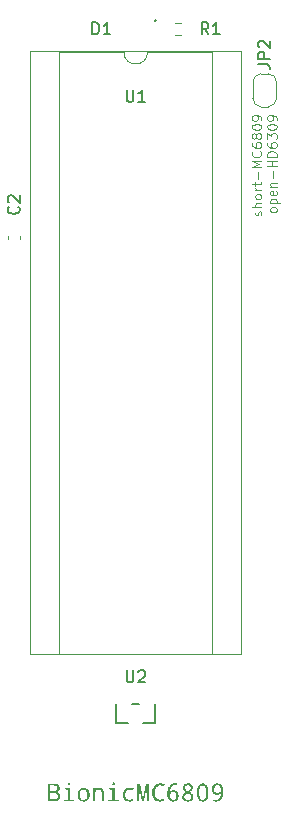
<source format=gbr>
G04 #@! TF.GenerationSoftware,KiCad,Pcbnew,8.0.4+dfsg-1*
G04 #@! TF.CreationDate,2025-03-02T11:29:07+09:00*
G04 #@! TF.ProjectId,bionic-mc6809,62696f6e-6963-42d6-9d63-363830392e6b,67*
G04 #@! TF.SameCoordinates,Original*
G04 #@! TF.FileFunction,Legend,Top*
G04 #@! TF.FilePolarity,Positive*
%FSLAX46Y46*%
G04 Gerber Fmt 4.6, Leading zero omitted, Abs format (unit mm)*
G04 Created by KiCad (PCBNEW 8.0.4+dfsg-1) date 2025-03-02 11:29:07*
%MOMM*%
%LPD*%
G01*
G04 APERTURE LIST*
%ADD10C,0.150000*%
%ADD11C,0.100000*%
%ADD12C,0.120000*%
%ADD13C,0.152400*%
G04 APERTURE END LIST*
D10*
G36*
X106815392Y-135672063D02*
G01*
X106892198Y-135678637D01*
X106974376Y-135692311D01*
X107045659Y-135712297D01*
X107115049Y-135743590D01*
X107140248Y-135759631D01*
X107196027Y-135811219D01*
X107235869Y-135876592D01*
X107259774Y-135955750D01*
X107267618Y-136036321D01*
X107267743Y-136048692D01*
X107259836Y-136126373D01*
X107232873Y-136201904D01*
X107186776Y-136267045D01*
X107130591Y-136314622D01*
X107063243Y-136348819D01*
X106984732Y-136369634D01*
X106967690Y-136372192D01*
X106967690Y-136382450D01*
X107047890Y-136400127D01*
X107117396Y-136425315D01*
X107189241Y-136467361D01*
X107244378Y-136521142D01*
X107282807Y-136586658D01*
X107304528Y-136663909D01*
X107309874Y-136734160D01*
X107305251Y-136807481D01*
X107288168Y-136885274D01*
X107258498Y-136954722D01*
X107216240Y-137015826D01*
X107178350Y-137054362D01*
X107116392Y-137099615D01*
X107045284Y-137133753D01*
X106965024Y-137156776D01*
X106888946Y-137167664D01*
X106820412Y-137170500D01*
X106277460Y-137170500D01*
X106277460Y-137006735D01*
X106470168Y-137006735D01*
X106786340Y-137006735D01*
X106861473Y-137002355D01*
X106941302Y-136984565D01*
X107016436Y-136945152D01*
X107069029Y-136886033D01*
X107099082Y-136807207D01*
X107106909Y-136726466D01*
X107098760Y-136651635D01*
X107067470Y-136578580D01*
X107012713Y-136523788D01*
X106934489Y-136487261D01*
X106851375Y-136470772D01*
X106773151Y-136466714D01*
X106470168Y-136466714D01*
X106470168Y-137006735D01*
X106277460Y-137006735D01*
X106277460Y-136302949D01*
X106470168Y-136302949D01*
X106762526Y-136302949D01*
X106837494Y-136299446D01*
X106915875Y-136285213D01*
X106987454Y-136253683D01*
X106996999Y-136246895D01*
X107044678Y-136189259D01*
X107067115Y-136114589D01*
X107070639Y-136061515D01*
X107061331Y-135985822D01*
X107026331Y-135917465D01*
X106991870Y-135886759D01*
X106919811Y-135854387D01*
X106839926Y-135838824D01*
X106763036Y-135833844D01*
X106742010Y-135833636D01*
X106470168Y-135833636D01*
X106470168Y-136302949D01*
X106277460Y-136302949D01*
X106277460Y-135669871D01*
X106731019Y-135669871D01*
X106815392Y-135672063D01*
G37*
G36*
X108050663Y-135576082D02*
G01*
X108125295Y-135598452D01*
X108158134Y-135665561D01*
X108159840Y-135692952D01*
X108141498Y-135765080D01*
X108127233Y-135781613D01*
X108058869Y-135810301D01*
X108050663Y-135810555D01*
X107979264Y-135791146D01*
X107943080Y-135726832D01*
X107940387Y-135692952D01*
X107958587Y-135617284D01*
X108024817Y-135577908D01*
X108050663Y-135576082D01*
G37*
G36*
X107956141Y-136192307D02*
G01*
X107678803Y-136170691D01*
X107678803Y-136045028D01*
X108143353Y-136045028D01*
X108143353Y-137023221D01*
X108506054Y-137043737D01*
X108506054Y-137170500D01*
X107601500Y-137170500D01*
X107601500Y-137043737D01*
X107956141Y-137023221D01*
X107956141Y-136192307D01*
G37*
G36*
X109375096Y-136027197D02*
G01*
X109450736Y-136044044D01*
X109520657Y-136072122D01*
X109584859Y-136111432D01*
X109643343Y-136161973D01*
X109661567Y-136181316D01*
X109710249Y-136244900D01*
X109748859Y-136315852D01*
X109777396Y-136394171D01*
X109795862Y-136479857D01*
X109803556Y-136556890D01*
X109804815Y-136605566D01*
X109801363Y-136688148D01*
X109791005Y-136765077D01*
X109773742Y-136836354D01*
X109743912Y-136914424D01*
X109704139Y-136984354D01*
X109663399Y-137036410D01*
X109607207Y-137089948D01*
X109544422Y-137132409D01*
X109475041Y-137163793D01*
X109399067Y-137184101D01*
X109316497Y-137193331D01*
X109287509Y-137193947D01*
X109206747Y-137188318D01*
X109131523Y-137171433D01*
X109061838Y-137143290D01*
X108997692Y-137103890D01*
X108939083Y-137053233D01*
X108920778Y-137033846D01*
X108871972Y-136969896D01*
X108833263Y-136898400D01*
X108804652Y-136819355D01*
X108788523Y-136747719D01*
X108779407Y-136670842D01*
X108777163Y-136605566D01*
X108970970Y-136605566D01*
X108973788Y-136682890D01*
X108986310Y-136774157D01*
X109008850Y-136851904D01*
X109051112Y-136930073D01*
X109109027Y-136987115D01*
X109182595Y-137023031D01*
X109271816Y-137037819D01*
X109291539Y-137038242D01*
X109366414Y-137031481D01*
X109445970Y-137004017D01*
X109509926Y-136955425D01*
X109558283Y-136885707D01*
X109585738Y-136814721D01*
X109603209Y-136730214D01*
X109610696Y-136632186D01*
X109611008Y-136605566D01*
X109608181Y-136529028D01*
X109595616Y-136438687D01*
X109572999Y-136361731D01*
X109530591Y-136284356D01*
X109472478Y-136227893D01*
X109398657Y-136192343D01*
X109309131Y-136177704D01*
X109289341Y-136177286D01*
X109214722Y-136183978D01*
X109135441Y-136211164D01*
X109071704Y-136259261D01*
X109023514Y-136328271D01*
X108996154Y-136398536D01*
X108978743Y-136482184D01*
X108971281Y-136579217D01*
X108970970Y-136605566D01*
X108777163Y-136605566D01*
X108780571Y-136523749D01*
X108790795Y-136447514D01*
X108812060Y-136363399D01*
X108843139Y-136287321D01*
X108884033Y-136219280D01*
X108916748Y-136178385D01*
X108972531Y-136125096D01*
X109035193Y-136082833D01*
X109104732Y-136051594D01*
X109181149Y-136031381D01*
X109264444Y-136022194D01*
X109293737Y-136021581D01*
X109375096Y-136027197D01*
G37*
G36*
X110833200Y-137170500D02*
G01*
X110833200Y-136444366D01*
X110827216Y-136367424D01*
X110804238Y-136292308D01*
X110755649Y-136228407D01*
X110683604Y-136190066D01*
X110603181Y-136177547D01*
X110588102Y-136177286D01*
X110513913Y-136183674D01*
X110435088Y-136209628D01*
X110371718Y-136255545D01*
X110323804Y-136321426D01*
X110291347Y-136407271D01*
X110276509Y-136490321D01*
X110271563Y-136586148D01*
X110271563Y-137170500D01*
X110083985Y-137170500D01*
X110083985Y-136045028D01*
X110235293Y-136045028D01*
X110263137Y-136194871D01*
X110273395Y-136194871D01*
X110317951Y-136135980D01*
X110381850Y-136082673D01*
X110458581Y-136045950D01*
X110534564Y-136027673D01*
X110619976Y-136021581D01*
X110713914Y-136028021D01*
X110795327Y-136047341D01*
X110864215Y-136079541D01*
X110932711Y-136137904D01*
X110973418Y-136199084D01*
X111001599Y-136273144D01*
X111017255Y-136360083D01*
X111020778Y-136433741D01*
X111020778Y-137170500D01*
X110833200Y-137170500D01*
G37*
G36*
X111831542Y-135576082D02*
G01*
X111906175Y-135598452D01*
X111939013Y-135665561D01*
X111940719Y-135692952D01*
X111922378Y-135765080D01*
X111908112Y-135781613D01*
X111839748Y-135810301D01*
X111831542Y-135810555D01*
X111760143Y-135791146D01*
X111723959Y-135726832D01*
X111721267Y-135692952D01*
X111739466Y-135617284D01*
X111805696Y-135577908D01*
X111831542Y-135576082D01*
G37*
G36*
X111737020Y-136192307D02*
G01*
X111459683Y-136170691D01*
X111459683Y-136045028D01*
X111924232Y-136045028D01*
X111924232Y-137023221D01*
X112286933Y-137043737D01*
X112286933Y-137170500D01*
X111382380Y-137170500D01*
X111382380Y-137043737D01*
X111737020Y-137023221D01*
X111737020Y-136192307D01*
G37*
G36*
X113532938Y-136082398D02*
G01*
X113469191Y-136245063D01*
X113393948Y-136218937D01*
X113322828Y-136200275D01*
X113247744Y-136188204D01*
X113192952Y-136185346D01*
X113103393Y-136192004D01*
X113025775Y-136211976D01*
X112960099Y-136245264D01*
X112894795Y-136305598D01*
X112855987Y-136368844D01*
X112829119Y-136445406D01*
X112814192Y-136535282D01*
X112810834Y-136611428D01*
X112814102Y-136686264D01*
X112828628Y-136774595D01*
X112854774Y-136849840D01*
X112903799Y-136925493D01*
X112970981Y-136980700D01*
X113056319Y-137015460D01*
X113137664Y-137028546D01*
X113182694Y-137030182D01*
X113264095Y-137026198D01*
X113346367Y-137014245D01*
X113419068Y-136997250D01*
X113492436Y-136974154D01*
X113513521Y-136966435D01*
X113513521Y-137131299D01*
X113440545Y-137158707D01*
X113359739Y-137178285D01*
X113282610Y-137188991D01*
X113199485Y-137193702D01*
X113174634Y-137193947D01*
X113094747Y-137190289D01*
X113020639Y-137179314D01*
X112939336Y-137156486D01*
X112866354Y-137123123D01*
X112801692Y-137079223D01*
X112763207Y-137044104D01*
X112713528Y-136983327D01*
X112674129Y-136913380D01*
X112645007Y-136834263D01*
X112628590Y-136761326D01*
X112619311Y-136682021D01*
X112617027Y-136613992D01*
X112620677Y-136526918D01*
X112631625Y-136446588D01*
X112649871Y-136373002D01*
X112681401Y-136293601D01*
X112723442Y-136223912D01*
X112766504Y-136173256D01*
X112826821Y-136121710D01*
X112895664Y-136080829D01*
X112973035Y-136050613D01*
X113058931Y-136031061D01*
X113137025Y-136022914D01*
X113186724Y-136021581D01*
X113266027Y-136024491D01*
X113343332Y-136033222D01*
X113418638Y-136047773D01*
X113491945Y-136068144D01*
X113532938Y-136082398D01*
G37*
G36*
X114248081Y-137170500D02*
G01*
X113961951Y-135857450D01*
X113953524Y-135851588D01*
X113958907Y-135934059D01*
X113963377Y-136010198D01*
X113967538Y-136093205D01*
X113970384Y-136167094D01*
X113972044Y-136241771D01*
X113972209Y-136269976D01*
X113972209Y-137170500D01*
X113816504Y-137170500D01*
X113816504Y-135669871D01*
X114071127Y-135669871D01*
X114326483Y-136892429D01*
X114332711Y-136892429D01*
X114590265Y-135669871D01*
X114850017Y-135669871D01*
X114850017Y-137170500D01*
X114692114Y-137170500D01*
X114692114Y-136256787D01*
X114693274Y-136182399D01*
X114695778Y-136103464D01*
X114699041Y-136021126D01*
X114702547Y-135942161D01*
X114706769Y-135853786D01*
X114698709Y-135853786D01*
X114407083Y-137170500D01*
X114248081Y-137170500D01*
G37*
G36*
X116118371Y-136965336D02*
G01*
X116118371Y-137132764D01*
X116038847Y-137159531D01*
X115962313Y-137176679D01*
X115879294Y-137187972D01*
X115802971Y-137192991D01*
X115749442Y-137193947D01*
X115672185Y-137190793D01*
X115582182Y-137177979D01*
X115499478Y-137155308D01*
X115424073Y-137122781D01*
X115355967Y-137080397D01*
X115295159Y-137028156D01*
X115262177Y-136992080D01*
X115213521Y-136924855D01*
X115173112Y-136849348D01*
X115140950Y-136765559D01*
X115121157Y-136692563D01*
X115106643Y-136614267D01*
X115097407Y-136530670D01*
X115093448Y-136441773D01*
X115093283Y-136418720D01*
X115096163Y-136331926D01*
X115104801Y-136249780D01*
X115119198Y-136172283D01*
X115139354Y-136099434D01*
X115172647Y-136014909D01*
X115214938Y-135937647D01*
X115266227Y-135867647D01*
X115277565Y-135854519D01*
X115338559Y-135794570D01*
X115406136Y-135744781D01*
X115480296Y-135705154D01*
X115561039Y-135675687D01*
X115648365Y-135656382D01*
X115722966Y-135648253D01*
X115781682Y-135646424D01*
X115864650Y-135649541D01*
X115943472Y-135658892D01*
X116018146Y-135674477D01*
X116088672Y-135696295D01*
X116165711Y-135729630D01*
X116176256Y-135735084D01*
X116096022Y-135895918D01*
X116026634Y-135864512D01*
X115947763Y-135838066D01*
X115869350Y-135821694D01*
X115791394Y-135815397D01*
X115781682Y-135815318D01*
X115701719Y-135821050D01*
X115628066Y-135838244D01*
X115550116Y-135872793D01*
X115480755Y-135922945D01*
X115428140Y-135978350D01*
X115383318Y-136043557D01*
X115347769Y-136116905D01*
X115321494Y-136198392D01*
X115306682Y-136272516D01*
X115298310Y-136352294D01*
X115296249Y-136420185D01*
X115299263Y-136509038D01*
X115308306Y-136591039D01*
X115323378Y-136666188D01*
X115349421Y-136747323D01*
X115384145Y-136818593D01*
X115419714Y-136870447D01*
X115479342Y-136930689D01*
X115549875Y-136976135D01*
X115619010Y-137003311D01*
X115696157Y-137019618D01*
X115781315Y-137025053D01*
X115862189Y-137020329D01*
X115943224Y-137008199D01*
X116021192Y-136991462D01*
X116093269Y-136972567D01*
X116118371Y-136965336D01*
G37*
G36*
X117112832Y-135649155D02*
G01*
X117187344Y-135659243D01*
X117214899Y-135665841D01*
X117214899Y-135825576D01*
X117140812Y-135811639D01*
X117061932Y-135806330D01*
X117043807Y-135806159D01*
X116961285Y-135811234D01*
X116886825Y-135826458D01*
X116810147Y-135857047D01*
X116744443Y-135901451D01*
X116696860Y-135950506D01*
X116651259Y-136021598D01*
X116620210Y-136095426D01*
X116600002Y-136166040D01*
X116584947Y-136244920D01*
X116575044Y-136332063D01*
X116570830Y-136407729D01*
X116583287Y-136407729D01*
X116631851Y-136339493D01*
X116691950Y-136288017D01*
X116763584Y-136253300D01*
X116846754Y-136235343D01*
X116899459Y-136232607D01*
X116983140Y-136238462D01*
X117058511Y-136256029D01*
X117134475Y-136290444D01*
X117199585Y-136340155D01*
X117214166Y-136354973D01*
X117264015Y-136421743D01*
X117295949Y-136489332D01*
X117316979Y-136565478D01*
X117327104Y-136650178D01*
X117328105Y-136689097D01*
X117323739Y-136773534D01*
X117310640Y-136850990D01*
X117288809Y-136921465D01*
X117252301Y-136994863D01*
X117203908Y-137058758D01*
X117145504Y-137111434D01*
X117078966Y-137151172D01*
X117004294Y-137177972D01*
X116921487Y-137191834D01*
X116870516Y-137193947D01*
X116789506Y-137187855D01*
X116714909Y-137169578D01*
X116646727Y-137139117D01*
X116584958Y-137096471D01*
X116529604Y-137041641D01*
X116512579Y-137020657D01*
X116467258Y-136950486D01*
X116431314Y-136870218D01*
X116408524Y-136795614D01*
X116392245Y-136713998D01*
X116385423Y-136652094D01*
X116566800Y-136652094D01*
X116571998Y-136727290D01*
X116590272Y-136805536D01*
X116621702Y-136877059D01*
X116649965Y-136921005D01*
X116701038Y-136975729D01*
X116767370Y-137015528D01*
X116843791Y-137033217D01*
X116868685Y-137034212D01*
X116944848Y-137025411D01*
X117015736Y-136995398D01*
X117073116Y-136944086D01*
X117111949Y-136880352D01*
X117134602Y-136810327D01*
X117145604Y-136728304D01*
X117146755Y-136687998D01*
X117141162Y-136609955D01*
X117121828Y-136535952D01*
X117084609Y-136470004D01*
X117076047Y-136459753D01*
X117014790Y-136411084D01*
X116943702Y-136386203D01*
X116874913Y-136379885D01*
X116797282Y-136388007D01*
X116727881Y-136412372D01*
X116666708Y-136452979D01*
X116655461Y-136463050D01*
X116604983Y-136522745D01*
X116573814Y-136594186D01*
X116566800Y-136652094D01*
X116385423Y-136652094D01*
X116382478Y-136625370D01*
X116379352Y-136549418D01*
X116379222Y-136529728D01*
X116381794Y-136422766D01*
X116389509Y-136322704D01*
X116402367Y-136229543D01*
X116420369Y-136143283D01*
X116443515Y-136063923D01*
X116471803Y-135991465D01*
X116505236Y-135925907D01*
X116565028Y-135840510D01*
X116636393Y-135770639D01*
X116719330Y-135716295D01*
X116813840Y-135677478D01*
X116919923Y-135654188D01*
X116997074Y-135647287D01*
X117037579Y-135646424D01*
X117112832Y-135649155D01*
G37*
G36*
X118193147Y-135651087D02*
G01*
X118265760Y-135665077D01*
X118340247Y-135692486D01*
X118405666Y-135732076D01*
X118420604Y-135743877D01*
X118472055Y-135796885D01*
X118512366Y-135866756D01*
X118532579Y-135937962D01*
X118538207Y-136007293D01*
X118528714Y-136092000D01*
X118500236Y-136169443D01*
X118452774Y-136239622D01*
X118398719Y-136292555D01*
X118331480Y-136340444D01*
X118268196Y-136375123D01*
X118342814Y-136417518D01*
X118407483Y-136462272D01*
X118474329Y-136521530D01*
X118525629Y-136584474D01*
X118561383Y-136651103D01*
X118583769Y-136735922D01*
X118586567Y-136780322D01*
X118580343Y-136858560D01*
X118561673Y-136929787D01*
X118525093Y-137002602D01*
X118472257Y-137066257D01*
X118456507Y-137080740D01*
X118395770Y-137124851D01*
X118327038Y-137158128D01*
X118250312Y-137180570D01*
X118165591Y-137192178D01*
X118113590Y-137193947D01*
X118033623Y-137190199D01*
X117960507Y-137178955D01*
X117883866Y-137156362D01*
X117816552Y-137123566D01*
X117766277Y-137087335D01*
X117711780Y-137028556D01*
X117672854Y-136959199D01*
X117649498Y-136879263D01*
X117641835Y-136800641D01*
X117641713Y-136788748D01*
X117641778Y-136788015D01*
X117824895Y-136788015D01*
X117834890Y-136871684D01*
X117871816Y-136947418D01*
X117935950Y-136999591D01*
X118012577Y-137025557D01*
X118091703Y-137033972D01*
X118109194Y-137034212D01*
X118183080Y-137028909D01*
X118259690Y-137008023D01*
X118326082Y-136967167D01*
X118372965Y-136909242D01*
X118398210Y-136836581D01*
X118403018Y-136779955D01*
X118390606Y-136703239D01*
X118353370Y-136634657D01*
X118338172Y-136616557D01*
X118282854Y-136566922D01*
X118221622Y-136525538D01*
X118155127Y-136488169D01*
X118117620Y-136469278D01*
X118086846Y-136454990D01*
X118011382Y-136495868D01*
X117948708Y-136540878D01*
X117890383Y-136600345D01*
X117850476Y-136665763D01*
X117828988Y-136737131D01*
X117824895Y-136788015D01*
X117641778Y-136788015D01*
X117648806Y-136709014D01*
X117670085Y-136635362D01*
X117705550Y-136567792D01*
X117755200Y-136506304D01*
X117819037Y-136450899D01*
X117897059Y-136401575D01*
X117932240Y-136383549D01*
X117862475Y-136334800D01*
X117804535Y-136282205D01*
X117750615Y-136214014D01*
X117713722Y-136140285D01*
X117693857Y-136061017D01*
X117690841Y-136016452D01*
X117873622Y-136016452D01*
X117883369Y-136091265D01*
X117915446Y-136159593D01*
X117924546Y-136171790D01*
X117980676Y-136223409D01*
X118043931Y-136263279D01*
X118115789Y-136299285D01*
X118184604Y-136264753D01*
X118251786Y-136218591D01*
X118308937Y-136158224D01*
X118343228Y-136090844D01*
X118354658Y-136016452D01*
X118343956Y-135941146D01*
X118305010Y-135874240D01*
X118289812Y-135860015D01*
X118223744Y-135823199D01*
X118145694Y-135807474D01*
X118111392Y-135806159D01*
X118035795Y-135813732D01*
X117963487Y-135841712D01*
X117937736Y-135860015D01*
X117891716Y-135921211D01*
X117874185Y-135997646D01*
X117873622Y-136016452D01*
X117690841Y-136016452D01*
X117690073Y-136005095D01*
X117697561Y-135926922D01*
X117723884Y-135849159D01*
X117769161Y-135782176D01*
X117809874Y-135743511D01*
X117873919Y-135701035D01*
X117945887Y-135670696D01*
X118025777Y-135652492D01*
X118102181Y-135646519D01*
X118113590Y-135646424D01*
X118193147Y-135651087D01*
G37*
G36*
X119457153Y-135653418D02*
G01*
X119534403Y-135674399D01*
X119603435Y-135709369D01*
X119664250Y-135758326D01*
X119716848Y-135821270D01*
X119732554Y-135845360D01*
X119767806Y-135911839D01*
X119797083Y-135986940D01*
X119820385Y-136070663D01*
X119834725Y-136143850D01*
X119845240Y-136222556D01*
X119851932Y-136306779D01*
X119854800Y-136396521D01*
X119854920Y-136419819D01*
X119853032Y-136513561D01*
X119847369Y-136601255D01*
X119837931Y-136682902D01*
X119824718Y-136758500D01*
X119797819Y-136860558D01*
X119762426Y-136949008D01*
X119718538Y-137023850D01*
X119666156Y-137085085D01*
X119605280Y-137132712D01*
X119535910Y-137166731D01*
X119458045Y-137187143D01*
X119371685Y-137193947D01*
X119287227Y-137186953D01*
X119210806Y-137165971D01*
X119142421Y-137131002D01*
X119082074Y-137082045D01*
X119029764Y-137019101D01*
X119014114Y-136995011D01*
X118979073Y-136928514D01*
X118949971Y-136853360D01*
X118926809Y-136769547D01*
X118912555Y-136696262D01*
X118902102Y-136617437D01*
X118895450Y-136533070D01*
X118892600Y-136443162D01*
X118892481Y-136419819D01*
X118892496Y-136419086D01*
X119083357Y-136419086D01*
X119084444Y-136498015D01*
X119087707Y-136571219D01*
X119094845Y-136654674D01*
X119105381Y-136729185D01*
X119122512Y-136806791D01*
X119148683Y-136881053D01*
X119152966Y-136890231D01*
X119192739Y-136953223D01*
X119249363Y-137002576D01*
X119318564Y-137029150D01*
X119371685Y-137034212D01*
X119450627Y-137022794D01*
X119516817Y-136988540D01*
X119570256Y-136931449D01*
X119594435Y-136889864D01*
X119622129Y-136817874D01*
X119640453Y-136742355D01*
X119651905Y-136669681D01*
X119659887Y-136588152D01*
X119664399Y-136497769D01*
X119665509Y-136419086D01*
X119664399Y-136340925D01*
X119659887Y-136251112D01*
X119651905Y-136170065D01*
X119637746Y-136084378D01*
X119618589Y-136011314D01*
X119594435Y-135950873D01*
X119553860Y-135887561D01*
X119496170Y-135837956D01*
X119425730Y-135811247D01*
X119371685Y-135806159D01*
X119294099Y-135817519D01*
X119229091Y-135851600D01*
X119176660Y-135908400D01*
X119152966Y-135949774D01*
X119125843Y-136021193D01*
X119107897Y-136096335D01*
X119096680Y-136168772D01*
X119088863Y-136250136D01*
X119084444Y-136340427D01*
X119083357Y-136419086D01*
X118892496Y-136419086D01*
X118894353Y-136326166D01*
X118899968Y-136238555D01*
X118909328Y-136156986D01*
X118922431Y-136081459D01*
X118949106Y-135979498D01*
X118984204Y-135891131D01*
X119027725Y-135816360D01*
X119079670Y-135755183D01*
X119140039Y-135707601D01*
X119208831Y-135673614D01*
X119286046Y-135653222D01*
X119371685Y-135646424D01*
X119457153Y-135653418D01*
G37*
G36*
X120699285Y-135652619D02*
G01*
X120774259Y-135671205D01*
X120842614Y-135702182D01*
X120904347Y-135745549D01*
X120959461Y-135801306D01*
X120976361Y-135822645D01*
X121021432Y-135893382D01*
X121057178Y-135973702D01*
X121079844Y-136047955D01*
X121096033Y-136128863D01*
X121105747Y-136216425D01*
X121108855Y-136291267D01*
X121108985Y-136310643D01*
X121106414Y-136417605D01*
X121098704Y-136517667D01*
X121085852Y-136610828D01*
X121067860Y-136697088D01*
X121044728Y-136776448D01*
X121016455Y-136848906D01*
X120983041Y-136914464D01*
X120923282Y-136999861D01*
X120851957Y-137069732D01*
X120769066Y-137124076D01*
X120674608Y-137162893D01*
X120568585Y-137186183D01*
X120491476Y-137193084D01*
X120450994Y-137193947D01*
X120375226Y-137191319D01*
X120300894Y-137181612D01*
X120273674Y-137175262D01*
X120273674Y-137014795D01*
X120345571Y-137037673D01*
X120419733Y-137046170D01*
X120444766Y-137046668D01*
X120527151Y-137041491D01*
X120601473Y-137025957D01*
X120677991Y-136994747D01*
X120743535Y-136949442D01*
X120790981Y-136899390D01*
X120836724Y-136826716D01*
X120867868Y-136751308D01*
X120888134Y-136679219D01*
X120903231Y-136598723D01*
X120913157Y-136509819D01*
X120917376Y-136432642D01*
X120904920Y-136432642D01*
X120855928Y-136500878D01*
X120795506Y-136552354D01*
X120723653Y-136587071D01*
X120640370Y-136605028D01*
X120587648Y-136607764D01*
X120504396Y-136601961D01*
X120429347Y-136584553D01*
X120353625Y-136550447D01*
X120288618Y-136501182D01*
X120274041Y-136486497D01*
X120224192Y-136420094D01*
X120192258Y-136352524D01*
X120171228Y-136276118D01*
X120161103Y-136190877D01*
X120160120Y-136152373D01*
X120341452Y-136152373D01*
X120347016Y-136230416D01*
X120366250Y-136304419D01*
X120403276Y-136370367D01*
X120411793Y-136380618D01*
X120473326Y-136429287D01*
X120544665Y-136454168D01*
X120613660Y-136460486D01*
X120691291Y-136452328D01*
X120760692Y-136427856D01*
X120821865Y-136387070D01*
X120833112Y-136376954D01*
X120883590Y-136316973D01*
X120914759Y-136245712D01*
X120921773Y-136188277D01*
X120916621Y-136113378D01*
X120898508Y-136035303D01*
X120867355Y-135963777D01*
X120839341Y-135919732D01*
X120788655Y-135864831D01*
X120722208Y-135824903D01*
X120645100Y-135807157D01*
X120619888Y-135806159D01*
X120543181Y-135814853D01*
X120472026Y-135844499D01*
X120414724Y-135895185D01*
X120376084Y-135958555D01*
X120353544Y-136028803D01*
X120343240Y-136101755D01*
X120341452Y-136152373D01*
X120160120Y-136152373D01*
X120160101Y-136151640D01*
X120164468Y-136067315D01*
X120177567Y-135989919D01*
X120199398Y-135919453D01*
X120235905Y-135846000D01*
X120284299Y-135781979D01*
X120342702Y-135729160D01*
X120409240Y-135689315D01*
X120483913Y-135662442D01*
X120566720Y-135648542D01*
X120617690Y-135646424D01*
X120699285Y-135652619D01*
G37*
D11*
X124304823Y-87573410D02*
X124342918Y-87497219D01*
X124342918Y-87497219D02*
X124342918Y-87344838D01*
X124342918Y-87344838D02*
X124304823Y-87268648D01*
X124304823Y-87268648D02*
X124228632Y-87230552D01*
X124228632Y-87230552D02*
X124190537Y-87230552D01*
X124190537Y-87230552D02*
X124114346Y-87268648D01*
X124114346Y-87268648D02*
X124076251Y-87344838D01*
X124076251Y-87344838D02*
X124076251Y-87459124D01*
X124076251Y-87459124D02*
X124038156Y-87535314D01*
X124038156Y-87535314D02*
X123961965Y-87573410D01*
X123961965Y-87573410D02*
X123923870Y-87573410D01*
X123923870Y-87573410D02*
X123847680Y-87535314D01*
X123847680Y-87535314D02*
X123809584Y-87459124D01*
X123809584Y-87459124D02*
X123809584Y-87344838D01*
X123809584Y-87344838D02*
X123847680Y-87268648D01*
X124342918Y-86887695D02*
X123542918Y-86887695D01*
X124342918Y-86544838D02*
X123923870Y-86544838D01*
X123923870Y-86544838D02*
X123847680Y-86582933D01*
X123847680Y-86582933D02*
X123809584Y-86659124D01*
X123809584Y-86659124D02*
X123809584Y-86773410D01*
X123809584Y-86773410D02*
X123847680Y-86849600D01*
X123847680Y-86849600D02*
X123885775Y-86887695D01*
X124342918Y-86049600D02*
X124304823Y-86125790D01*
X124304823Y-86125790D02*
X124266727Y-86163885D01*
X124266727Y-86163885D02*
X124190537Y-86201981D01*
X124190537Y-86201981D02*
X123961965Y-86201981D01*
X123961965Y-86201981D02*
X123885775Y-86163885D01*
X123885775Y-86163885D02*
X123847680Y-86125790D01*
X123847680Y-86125790D02*
X123809584Y-86049600D01*
X123809584Y-86049600D02*
X123809584Y-85935314D01*
X123809584Y-85935314D02*
X123847680Y-85859123D01*
X123847680Y-85859123D02*
X123885775Y-85821028D01*
X123885775Y-85821028D02*
X123961965Y-85782933D01*
X123961965Y-85782933D02*
X124190537Y-85782933D01*
X124190537Y-85782933D02*
X124266727Y-85821028D01*
X124266727Y-85821028D02*
X124304823Y-85859123D01*
X124304823Y-85859123D02*
X124342918Y-85935314D01*
X124342918Y-85935314D02*
X124342918Y-86049600D01*
X124342918Y-85440075D02*
X123809584Y-85440075D01*
X123961965Y-85440075D02*
X123885775Y-85401980D01*
X123885775Y-85401980D02*
X123847680Y-85363885D01*
X123847680Y-85363885D02*
X123809584Y-85287694D01*
X123809584Y-85287694D02*
X123809584Y-85211504D01*
X123809584Y-85059123D02*
X123809584Y-84754361D01*
X123542918Y-84944837D02*
X124228632Y-84944837D01*
X124228632Y-84944837D02*
X124304823Y-84906742D01*
X124304823Y-84906742D02*
X124342918Y-84830552D01*
X124342918Y-84830552D02*
X124342918Y-84754361D01*
X124038156Y-84487694D02*
X124038156Y-83878171D01*
X124342918Y-83497218D02*
X123542918Y-83497218D01*
X123542918Y-83497218D02*
X124114346Y-83230552D01*
X124114346Y-83230552D02*
X123542918Y-82963885D01*
X123542918Y-82963885D02*
X124342918Y-82963885D01*
X124266727Y-82125789D02*
X124304823Y-82163885D01*
X124304823Y-82163885D02*
X124342918Y-82278170D01*
X124342918Y-82278170D02*
X124342918Y-82354361D01*
X124342918Y-82354361D02*
X124304823Y-82468647D01*
X124304823Y-82468647D02*
X124228632Y-82544837D01*
X124228632Y-82544837D02*
X124152442Y-82582932D01*
X124152442Y-82582932D02*
X124000061Y-82621028D01*
X124000061Y-82621028D02*
X123885775Y-82621028D01*
X123885775Y-82621028D02*
X123733394Y-82582932D01*
X123733394Y-82582932D02*
X123657203Y-82544837D01*
X123657203Y-82544837D02*
X123581013Y-82468647D01*
X123581013Y-82468647D02*
X123542918Y-82354361D01*
X123542918Y-82354361D02*
X123542918Y-82278170D01*
X123542918Y-82278170D02*
X123581013Y-82163885D01*
X123581013Y-82163885D02*
X123619108Y-82125789D01*
X123542918Y-81440075D02*
X123542918Y-81592456D01*
X123542918Y-81592456D02*
X123581013Y-81668647D01*
X123581013Y-81668647D02*
X123619108Y-81706742D01*
X123619108Y-81706742D02*
X123733394Y-81782932D01*
X123733394Y-81782932D02*
X123885775Y-81821028D01*
X123885775Y-81821028D02*
X124190537Y-81821028D01*
X124190537Y-81821028D02*
X124266727Y-81782932D01*
X124266727Y-81782932D02*
X124304823Y-81744837D01*
X124304823Y-81744837D02*
X124342918Y-81668647D01*
X124342918Y-81668647D02*
X124342918Y-81516266D01*
X124342918Y-81516266D02*
X124304823Y-81440075D01*
X124304823Y-81440075D02*
X124266727Y-81401980D01*
X124266727Y-81401980D02*
X124190537Y-81363885D01*
X124190537Y-81363885D02*
X124000061Y-81363885D01*
X124000061Y-81363885D02*
X123923870Y-81401980D01*
X123923870Y-81401980D02*
X123885775Y-81440075D01*
X123885775Y-81440075D02*
X123847680Y-81516266D01*
X123847680Y-81516266D02*
X123847680Y-81668647D01*
X123847680Y-81668647D02*
X123885775Y-81744837D01*
X123885775Y-81744837D02*
X123923870Y-81782932D01*
X123923870Y-81782932D02*
X124000061Y-81821028D01*
X123885775Y-80906742D02*
X123847680Y-80982932D01*
X123847680Y-80982932D02*
X123809584Y-81021027D01*
X123809584Y-81021027D02*
X123733394Y-81059123D01*
X123733394Y-81059123D02*
X123695299Y-81059123D01*
X123695299Y-81059123D02*
X123619108Y-81021027D01*
X123619108Y-81021027D02*
X123581013Y-80982932D01*
X123581013Y-80982932D02*
X123542918Y-80906742D01*
X123542918Y-80906742D02*
X123542918Y-80754361D01*
X123542918Y-80754361D02*
X123581013Y-80678170D01*
X123581013Y-80678170D02*
X123619108Y-80640075D01*
X123619108Y-80640075D02*
X123695299Y-80601980D01*
X123695299Y-80601980D02*
X123733394Y-80601980D01*
X123733394Y-80601980D02*
X123809584Y-80640075D01*
X123809584Y-80640075D02*
X123847680Y-80678170D01*
X123847680Y-80678170D02*
X123885775Y-80754361D01*
X123885775Y-80754361D02*
X123885775Y-80906742D01*
X123885775Y-80906742D02*
X123923870Y-80982932D01*
X123923870Y-80982932D02*
X123961965Y-81021027D01*
X123961965Y-81021027D02*
X124038156Y-81059123D01*
X124038156Y-81059123D02*
X124190537Y-81059123D01*
X124190537Y-81059123D02*
X124266727Y-81021027D01*
X124266727Y-81021027D02*
X124304823Y-80982932D01*
X124304823Y-80982932D02*
X124342918Y-80906742D01*
X124342918Y-80906742D02*
X124342918Y-80754361D01*
X124342918Y-80754361D02*
X124304823Y-80678170D01*
X124304823Y-80678170D02*
X124266727Y-80640075D01*
X124266727Y-80640075D02*
X124190537Y-80601980D01*
X124190537Y-80601980D02*
X124038156Y-80601980D01*
X124038156Y-80601980D02*
X123961965Y-80640075D01*
X123961965Y-80640075D02*
X123923870Y-80678170D01*
X123923870Y-80678170D02*
X123885775Y-80754361D01*
X123542918Y-80106741D02*
X123542918Y-80030551D01*
X123542918Y-80030551D02*
X123581013Y-79954360D01*
X123581013Y-79954360D02*
X123619108Y-79916265D01*
X123619108Y-79916265D02*
X123695299Y-79878170D01*
X123695299Y-79878170D02*
X123847680Y-79840075D01*
X123847680Y-79840075D02*
X124038156Y-79840075D01*
X124038156Y-79840075D02*
X124190537Y-79878170D01*
X124190537Y-79878170D02*
X124266727Y-79916265D01*
X124266727Y-79916265D02*
X124304823Y-79954360D01*
X124304823Y-79954360D02*
X124342918Y-80030551D01*
X124342918Y-80030551D02*
X124342918Y-80106741D01*
X124342918Y-80106741D02*
X124304823Y-80182932D01*
X124304823Y-80182932D02*
X124266727Y-80221027D01*
X124266727Y-80221027D02*
X124190537Y-80259122D01*
X124190537Y-80259122D02*
X124038156Y-80297218D01*
X124038156Y-80297218D02*
X123847680Y-80297218D01*
X123847680Y-80297218D02*
X123695299Y-80259122D01*
X123695299Y-80259122D02*
X123619108Y-80221027D01*
X123619108Y-80221027D02*
X123581013Y-80182932D01*
X123581013Y-80182932D02*
X123542918Y-80106741D01*
X124342918Y-79459122D02*
X124342918Y-79306741D01*
X124342918Y-79306741D02*
X124304823Y-79230551D01*
X124304823Y-79230551D02*
X124266727Y-79192455D01*
X124266727Y-79192455D02*
X124152442Y-79116265D01*
X124152442Y-79116265D02*
X124000061Y-79078170D01*
X124000061Y-79078170D02*
X123695299Y-79078170D01*
X123695299Y-79078170D02*
X123619108Y-79116265D01*
X123619108Y-79116265D02*
X123581013Y-79154360D01*
X123581013Y-79154360D02*
X123542918Y-79230551D01*
X123542918Y-79230551D02*
X123542918Y-79382932D01*
X123542918Y-79382932D02*
X123581013Y-79459122D01*
X123581013Y-79459122D02*
X123619108Y-79497217D01*
X123619108Y-79497217D02*
X123695299Y-79535313D01*
X123695299Y-79535313D02*
X123885775Y-79535313D01*
X123885775Y-79535313D02*
X123961965Y-79497217D01*
X123961965Y-79497217D02*
X124000061Y-79459122D01*
X124000061Y-79459122D02*
X124038156Y-79382932D01*
X124038156Y-79382932D02*
X124038156Y-79230551D01*
X124038156Y-79230551D02*
X124000061Y-79154360D01*
X124000061Y-79154360D02*
X123961965Y-79116265D01*
X123961965Y-79116265D02*
X123885775Y-79078170D01*
X125630873Y-87154362D02*
X125592778Y-87230552D01*
X125592778Y-87230552D02*
X125554682Y-87268647D01*
X125554682Y-87268647D02*
X125478492Y-87306743D01*
X125478492Y-87306743D02*
X125249920Y-87306743D01*
X125249920Y-87306743D02*
X125173730Y-87268647D01*
X125173730Y-87268647D02*
X125135635Y-87230552D01*
X125135635Y-87230552D02*
X125097539Y-87154362D01*
X125097539Y-87154362D02*
X125097539Y-87040076D01*
X125097539Y-87040076D02*
X125135635Y-86963885D01*
X125135635Y-86963885D02*
X125173730Y-86925790D01*
X125173730Y-86925790D02*
X125249920Y-86887695D01*
X125249920Y-86887695D02*
X125478492Y-86887695D01*
X125478492Y-86887695D02*
X125554682Y-86925790D01*
X125554682Y-86925790D02*
X125592778Y-86963885D01*
X125592778Y-86963885D02*
X125630873Y-87040076D01*
X125630873Y-87040076D02*
X125630873Y-87154362D01*
X125097539Y-86544837D02*
X125897539Y-86544837D01*
X125135635Y-86544837D02*
X125097539Y-86468647D01*
X125097539Y-86468647D02*
X125097539Y-86316266D01*
X125097539Y-86316266D02*
X125135635Y-86240075D01*
X125135635Y-86240075D02*
X125173730Y-86201980D01*
X125173730Y-86201980D02*
X125249920Y-86163885D01*
X125249920Y-86163885D02*
X125478492Y-86163885D01*
X125478492Y-86163885D02*
X125554682Y-86201980D01*
X125554682Y-86201980D02*
X125592778Y-86240075D01*
X125592778Y-86240075D02*
X125630873Y-86316266D01*
X125630873Y-86316266D02*
X125630873Y-86468647D01*
X125630873Y-86468647D02*
X125592778Y-86544837D01*
X125592778Y-85516265D02*
X125630873Y-85592456D01*
X125630873Y-85592456D02*
X125630873Y-85744837D01*
X125630873Y-85744837D02*
X125592778Y-85821027D01*
X125592778Y-85821027D02*
X125516587Y-85859123D01*
X125516587Y-85859123D02*
X125211825Y-85859123D01*
X125211825Y-85859123D02*
X125135635Y-85821027D01*
X125135635Y-85821027D02*
X125097539Y-85744837D01*
X125097539Y-85744837D02*
X125097539Y-85592456D01*
X125097539Y-85592456D02*
X125135635Y-85516265D01*
X125135635Y-85516265D02*
X125211825Y-85478170D01*
X125211825Y-85478170D02*
X125288016Y-85478170D01*
X125288016Y-85478170D02*
X125364206Y-85859123D01*
X125097539Y-85135313D02*
X125630873Y-85135313D01*
X125173730Y-85135313D02*
X125135635Y-85097218D01*
X125135635Y-85097218D02*
X125097539Y-85021028D01*
X125097539Y-85021028D02*
X125097539Y-84906742D01*
X125097539Y-84906742D02*
X125135635Y-84830551D01*
X125135635Y-84830551D02*
X125211825Y-84792456D01*
X125211825Y-84792456D02*
X125630873Y-84792456D01*
X125326111Y-84411503D02*
X125326111Y-83801980D01*
X125630873Y-83421027D02*
X124830873Y-83421027D01*
X125211825Y-83421027D02*
X125211825Y-82963884D01*
X125630873Y-82963884D02*
X124830873Y-82963884D01*
X125630873Y-82582932D02*
X124830873Y-82582932D01*
X124830873Y-82582932D02*
X124830873Y-82392456D01*
X124830873Y-82392456D02*
X124868968Y-82278170D01*
X124868968Y-82278170D02*
X124945158Y-82201980D01*
X124945158Y-82201980D02*
X125021349Y-82163885D01*
X125021349Y-82163885D02*
X125173730Y-82125789D01*
X125173730Y-82125789D02*
X125288016Y-82125789D01*
X125288016Y-82125789D02*
X125440397Y-82163885D01*
X125440397Y-82163885D02*
X125516587Y-82201980D01*
X125516587Y-82201980D02*
X125592778Y-82278170D01*
X125592778Y-82278170D02*
X125630873Y-82392456D01*
X125630873Y-82392456D02*
X125630873Y-82582932D01*
X124830873Y-81440075D02*
X124830873Y-81592456D01*
X124830873Y-81592456D02*
X124868968Y-81668647D01*
X124868968Y-81668647D02*
X124907063Y-81706742D01*
X124907063Y-81706742D02*
X125021349Y-81782932D01*
X125021349Y-81782932D02*
X125173730Y-81821028D01*
X125173730Y-81821028D02*
X125478492Y-81821028D01*
X125478492Y-81821028D02*
X125554682Y-81782932D01*
X125554682Y-81782932D02*
X125592778Y-81744837D01*
X125592778Y-81744837D02*
X125630873Y-81668647D01*
X125630873Y-81668647D02*
X125630873Y-81516266D01*
X125630873Y-81516266D02*
X125592778Y-81440075D01*
X125592778Y-81440075D02*
X125554682Y-81401980D01*
X125554682Y-81401980D02*
X125478492Y-81363885D01*
X125478492Y-81363885D02*
X125288016Y-81363885D01*
X125288016Y-81363885D02*
X125211825Y-81401980D01*
X125211825Y-81401980D02*
X125173730Y-81440075D01*
X125173730Y-81440075D02*
X125135635Y-81516266D01*
X125135635Y-81516266D02*
X125135635Y-81668647D01*
X125135635Y-81668647D02*
X125173730Y-81744837D01*
X125173730Y-81744837D02*
X125211825Y-81782932D01*
X125211825Y-81782932D02*
X125288016Y-81821028D01*
X124830873Y-81097218D02*
X124830873Y-80601980D01*
X124830873Y-80601980D02*
X125135635Y-80868646D01*
X125135635Y-80868646D02*
X125135635Y-80754361D01*
X125135635Y-80754361D02*
X125173730Y-80678170D01*
X125173730Y-80678170D02*
X125211825Y-80640075D01*
X125211825Y-80640075D02*
X125288016Y-80601980D01*
X125288016Y-80601980D02*
X125478492Y-80601980D01*
X125478492Y-80601980D02*
X125554682Y-80640075D01*
X125554682Y-80640075D02*
X125592778Y-80678170D01*
X125592778Y-80678170D02*
X125630873Y-80754361D01*
X125630873Y-80754361D02*
X125630873Y-80982932D01*
X125630873Y-80982932D02*
X125592778Y-81059123D01*
X125592778Y-81059123D02*
X125554682Y-81097218D01*
X124830873Y-80106741D02*
X124830873Y-80030551D01*
X124830873Y-80030551D02*
X124868968Y-79954360D01*
X124868968Y-79954360D02*
X124907063Y-79916265D01*
X124907063Y-79916265D02*
X124983254Y-79878170D01*
X124983254Y-79878170D02*
X125135635Y-79840075D01*
X125135635Y-79840075D02*
X125326111Y-79840075D01*
X125326111Y-79840075D02*
X125478492Y-79878170D01*
X125478492Y-79878170D02*
X125554682Y-79916265D01*
X125554682Y-79916265D02*
X125592778Y-79954360D01*
X125592778Y-79954360D02*
X125630873Y-80030551D01*
X125630873Y-80030551D02*
X125630873Y-80106741D01*
X125630873Y-80106741D02*
X125592778Y-80182932D01*
X125592778Y-80182932D02*
X125554682Y-80221027D01*
X125554682Y-80221027D02*
X125478492Y-80259122D01*
X125478492Y-80259122D02*
X125326111Y-80297218D01*
X125326111Y-80297218D02*
X125135635Y-80297218D01*
X125135635Y-80297218D02*
X124983254Y-80259122D01*
X124983254Y-80259122D02*
X124907063Y-80221027D01*
X124907063Y-80221027D02*
X124868968Y-80182932D01*
X124868968Y-80182932D02*
X124830873Y-80106741D01*
X125630873Y-79459122D02*
X125630873Y-79306741D01*
X125630873Y-79306741D02*
X125592778Y-79230551D01*
X125592778Y-79230551D02*
X125554682Y-79192455D01*
X125554682Y-79192455D02*
X125440397Y-79116265D01*
X125440397Y-79116265D02*
X125288016Y-79078170D01*
X125288016Y-79078170D02*
X124983254Y-79078170D01*
X124983254Y-79078170D02*
X124907063Y-79116265D01*
X124907063Y-79116265D02*
X124868968Y-79154360D01*
X124868968Y-79154360D02*
X124830873Y-79230551D01*
X124830873Y-79230551D02*
X124830873Y-79382932D01*
X124830873Y-79382932D02*
X124868968Y-79459122D01*
X124868968Y-79459122D02*
X124907063Y-79497217D01*
X124907063Y-79497217D02*
X124983254Y-79535313D01*
X124983254Y-79535313D02*
X125173730Y-79535313D01*
X125173730Y-79535313D02*
X125249920Y-79497217D01*
X125249920Y-79497217D02*
X125288016Y-79459122D01*
X125288016Y-79459122D02*
X125326111Y-79382932D01*
X125326111Y-79382932D02*
X125326111Y-79230551D01*
X125326111Y-79230551D02*
X125288016Y-79154360D01*
X125288016Y-79154360D02*
X125249920Y-79116265D01*
X125249920Y-79116265D02*
X125173730Y-79078170D01*
D10*
X124076819Y-74770333D02*
X124791104Y-74770333D01*
X124791104Y-74770333D02*
X124933961Y-74817952D01*
X124933961Y-74817952D02*
X125029200Y-74913190D01*
X125029200Y-74913190D02*
X125076819Y-75056047D01*
X125076819Y-75056047D02*
X125076819Y-75151285D01*
X125076819Y-74294142D02*
X124076819Y-74294142D01*
X124076819Y-74294142D02*
X124076819Y-73913190D01*
X124076819Y-73913190D02*
X124124438Y-73817952D01*
X124124438Y-73817952D02*
X124172057Y-73770333D01*
X124172057Y-73770333D02*
X124267295Y-73722714D01*
X124267295Y-73722714D02*
X124410152Y-73722714D01*
X124410152Y-73722714D02*
X124505390Y-73770333D01*
X124505390Y-73770333D02*
X124553009Y-73817952D01*
X124553009Y-73817952D02*
X124600628Y-73913190D01*
X124600628Y-73913190D02*
X124600628Y-74294142D01*
X124172057Y-73341761D02*
X124124438Y-73294142D01*
X124124438Y-73294142D02*
X124076819Y-73198904D01*
X124076819Y-73198904D02*
X124076819Y-72960809D01*
X124076819Y-72960809D02*
X124124438Y-72865571D01*
X124124438Y-72865571D02*
X124172057Y-72817952D01*
X124172057Y-72817952D02*
X124267295Y-72770333D01*
X124267295Y-72770333D02*
X124362533Y-72770333D01*
X124362533Y-72770333D02*
X124505390Y-72817952D01*
X124505390Y-72817952D02*
X125076819Y-73389380D01*
X125076819Y-73389380D02*
X125076819Y-72770333D01*
X119862633Y-72232819D02*
X119529300Y-71756628D01*
X119291205Y-72232819D02*
X119291205Y-71232819D01*
X119291205Y-71232819D02*
X119672157Y-71232819D01*
X119672157Y-71232819D02*
X119767395Y-71280438D01*
X119767395Y-71280438D02*
X119815014Y-71328057D01*
X119815014Y-71328057D02*
X119862633Y-71423295D01*
X119862633Y-71423295D02*
X119862633Y-71566152D01*
X119862633Y-71566152D02*
X119815014Y-71661390D01*
X119815014Y-71661390D02*
X119767395Y-71709009D01*
X119767395Y-71709009D02*
X119672157Y-71756628D01*
X119672157Y-71756628D02*
X119291205Y-71756628D01*
X120815014Y-72232819D02*
X120243586Y-72232819D01*
X120529300Y-72232819D02*
X120529300Y-71232819D01*
X120529300Y-71232819D02*
X120434062Y-71375676D01*
X120434062Y-71375676D02*
X120338824Y-71470914D01*
X120338824Y-71470914D02*
X120243586Y-71518533D01*
X103772580Y-86830166D02*
X103820200Y-86877785D01*
X103820200Y-86877785D02*
X103867819Y-87020642D01*
X103867819Y-87020642D02*
X103867819Y-87115880D01*
X103867819Y-87115880D02*
X103820200Y-87258737D01*
X103820200Y-87258737D02*
X103724961Y-87353975D01*
X103724961Y-87353975D02*
X103629723Y-87401594D01*
X103629723Y-87401594D02*
X103439247Y-87449213D01*
X103439247Y-87449213D02*
X103296390Y-87449213D01*
X103296390Y-87449213D02*
X103105914Y-87401594D01*
X103105914Y-87401594D02*
X103010676Y-87353975D01*
X103010676Y-87353975D02*
X102915438Y-87258737D01*
X102915438Y-87258737D02*
X102867819Y-87115880D01*
X102867819Y-87115880D02*
X102867819Y-87020642D01*
X102867819Y-87020642D02*
X102915438Y-86877785D01*
X102915438Y-86877785D02*
X102963057Y-86830166D01*
X102963057Y-86449213D02*
X102915438Y-86401594D01*
X102915438Y-86401594D02*
X102867819Y-86306356D01*
X102867819Y-86306356D02*
X102867819Y-86068261D01*
X102867819Y-86068261D02*
X102915438Y-85973023D01*
X102915438Y-85973023D02*
X102963057Y-85925404D01*
X102963057Y-85925404D02*
X103058295Y-85877785D01*
X103058295Y-85877785D02*
X103153533Y-85877785D01*
X103153533Y-85877785D02*
X103296390Y-85925404D01*
X103296390Y-85925404D02*
X103867819Y-86496832D01*
X103867819Y-86496832D02*
X103867819Y-85877785D01*
X110040905Y-72232819D02*
X110040905Y-71232819D01*
X110040905Y-71232819D02*
X110279000Y-71232819D01*
X110279000Y-71232819D02*
X110421857Y-71280438D01*
X110421857Y-71280438D02*
X110517095Y-71375676D01*
X110517095Y-71375676D02*
X110564714Y-71470914D01*
X110564714Y-71470914D02*
X110612333Y-71661390D01*
X110612333Y-71661390D02*
X110612333Y-71804247D01*
X110612333Y-71804247D02*
X110564714Y-71994723D01*
X110564714Y-71994723D02*
X110517095Y-72089961D01*
X110517095Y-72089961D02*
X110421857Y-72185200D01*
X110421857Y-72185200D02*
X110279000Y-72232819D01*
X110279000Y-72232819D02*
X110040905Y-72232819D01*
X111564714Y-72232819D02*
X110993286Y-72232819D01*
X111279000Y-72232819D02*
X111279000Y-71232819D01*
X111279000Y-71232819D02*
X111183762Y-71375676D01*
X111183762Y-71375676D02*
X111088524Y-71470914D01*
X111088524Y-71470914D02*
X110993286Y-71518533D01*
X112938095Y-126096819D02*
X112938095Y-126906342D01*
X112938095Y-126906342D02*
X112985714Y-127001580D01*
X112985714Y-127001580D02*
X113033333Y-127049200D01*
X113033333Y-127049200D02*
X113128571Y-127096819D01*
X113128571Y-127096819D02*
X113319047Y-127096819D01*
X113319047Y-127096819D02*
X113414285Y-127049200D01*
X113414285Y-127049200D02*
X113461904Y-127001580D01*
X113461904Y-127001580D02*
X113509523Y-126906342D01*
X113509523Y-126906342D02*
X113509523Y-126096819D01*
X113938095Y-126192057D02*
X113985714Y-126144438D01*
X113985714Y-126144438D02*
X114080952Y-126096819D01*
X114080952Y-126096819D02*
X114319047Y-126096819D01*
X114319047Y-126096819D02*
X114414285Y-126144438D01*
X114414285Y-126144438D02*
X114461904Y-126192057D01*
X114461904Y-126192057D02*
X114509523Y-126287295D01*
X114509523Y-126287295D02*
X114509523Y-126382533D01*
X114509523Y-126382533D02*
X114461904Y-126525390D01*
X114461904Y-126525390D02*
X113890476Y-127096819D01*
X113890476Y-127096819D02*
X114509523Y-127096819D01*
X112938095Y-76947819D02*
X112938095Y-77757342D01*
X112938095Y-77757342D02*
X112985714Y-77852580D01*
X112985714Y-77852580D02*
X113033333Y-77900200D01*
X113033333Y-77900200D02*
X113128571Y-77947819D01*
X113128571Y-77947819D02*
X113319047Y-77947819D01*
X113319047Y-77947819D02*
X113414285Y-77900200D01*
X113414285Y-77900200D02*
X113461904Y-77852580D01*
X113461904Y-77852580D02*
X113509523Y-77757342D01*
X113509523Y-77757342D02*
X113509523Y-76947819D01*
X114509523Y-77947819D02*
X113938095Y-77947819D01*
X114223809Y-77947819D02*
X114223809Y-76947819D01*
X114223809Y-76947819D02*
X114128571Y-77090676D01*
X114128571Y-77090676D02*
X114033333Y-77185914D01*
X114033333Y-77185914D02*
X113938095Y-77233533D01*
D12*
X123622000Y-77670000D02*
X123622000Y-76270000D01*
X124322000Y-75570000D02*
X124922000Y-75570000D01*
X124922000Y-78370000D02*
X124322000Y-78370000D01*
X125622000Y-76270000D02*
X125622000Y-77670000D01*
X123622000Y-76270000D02*
G75*
G02*
X124322000Y-75570000I699999J1D01*
G01*
X124322000Y-78370000D02*
G75*
G02*
X123622000Y-77670000I0J700000D01*
G01*
X124922000Y-75570000D02*
G75*
G02*
X125622000Y-76270000I1J-699999D01*
G01*
X125622000Y-77670000D02*
G75*
G02*
X124922000Y-78370000I-700000J0D01*
G01*
X117001276Y-71255500D02*
X117510724Y-71255500D01*
X117001276Y-72300500D02*
X117510724Y-72300500D01*
X102903000Y-89603767D02*
X102903000Y-89311233D01*
X103923000Y-89603767D02*
X103923000Y-89311233D01*
D13*
X115427200Y-71092200D02*
G75*
G02*
X115274800Y-71092200I-76200J0D01*
G01*
X115274800Y-71092200D02*
G75*
G02*
X115427200Y-71092200I76200J0D01*
G01*
X112048000Y-128913000D02*
X112048000Y-130567000D01*
X112048000Y-130567000D02*
X113037060Y-130567000D01*
X113987061Y-128913000D02*
X113412939Y-128913000D01*
X114362940Y-130567000D02*
X115352000Y-130567000D01*
X115352000Y-130567000D02*
X115352000Y-128913000D01*
D12*
X104750000Y-73690000D02*
X104750000Y-124730000D01*
X104750000Y-124730000D02*
X122650000Y-124730000D01*
X107240000Y-73750000D02*
X107240000Y-124670000D01*
X107240000Y-124670000D02*
X120160000Y-124670000D01*
X112700000Y-73750000D02*
X107240000Y-73750000D01*
X120160000Y-73750000D02*
X114700000Y-73750000D01*
X120160000Y-124670000D02*
X120160000Y-73750000D01*
X122650000Y-73690000D02*
X104750000Y-73690000D01*
X122650000Y-124730000D02*
X122650000Y-73690000D01*
X114700000Y-73750000D02*
G75*
G02*
X112700000Y-73750000I-1000000J0D01*
G01*
M02*

</source>
